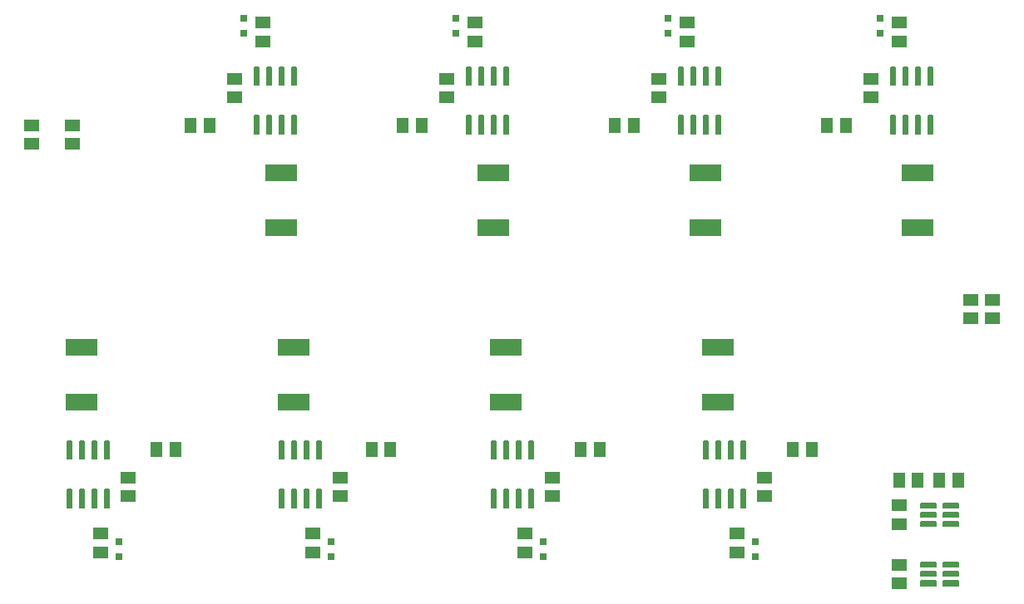
<source format=gbr>
G04 EAGLE Gerber RS-274X export*
G75*
%MOMM*%
%FSLAX34Y34*%
%LPD*%
%INSolderpaste Top*%
%IPPOS*%
%AMOC8*
5,1,8,0,0,1.08239X$1,22.5*%
G01*
%ADD10R,1.500000X1.300000*%
%ADD11R,0.800000X0.800000*%
%ADD12R,1.300000X1.500000*%
%ADD13R,3.200000X1.800000*%
%ADD14C,0.150000*%
%ADD15C,0.147500*%


D10*
X911225Y536600D03*
X911225Y555600D03*
X939800Y120625D03*
X939800Y101625D03*
X695325Y536600D03*
X695325Y555600D03*
X479425Y536600D03*
X479425Y555600D03*
X263525Y536600D03*
X263525Y555600D03*
X803275Y149200D03*
X803275Y130200D03*
X587375Y149200D03*
X587375Y130200D03*
X371475Y149200D03*
X371475Y130200D03*
X155575Y149200D03*
X155575Y130200D03*
X939800Y60300D03*
X939800Y41300D03*
D11*
X920750Y602100D03*
X920750Y617100D03*
X704850Y602100D03*
X704850Y617100D03*
X488950Y602100D03*
X488950Y617100D03*
X273050Y602100D03*
X273050Y617100D03*
X793750Y83700D03*
X793750Y68700D03*
X577850Y83700D03*
X577850Y68700D03*
X361950Y83700D03*
X361950Y68700D03*
X146050Y83700D03*
X146050Y68700D03*
D12*
X885800Y508000D03*
X866800Y508000D03*
D13*
X742950Y403800D03*
X742950Y459800D03*
X527050Y403800D03*
X527050Y459800D03*
X311150Y403800D03*
X311150Y459800D03*
D12*
X831875Y177800D03*
X850875Y177800D03*
X615975Y177800D03*
X634975Y177800D03*
X403250Y177800D03*
X422250Y177800D03*
X184175Y177800D03*
X203175Y177800D03*
D10*
X774700Y73050D03*
X774700Y92050D03*
X558800Y73050D03*
X558800Y92050D03*
X342900Y73050D03*
X342900Y92050D03*
D12*
X669900Y508000D03*
X650900Y508000D03*
D10*
X127000Y73050D03*
X127000Y92050D03*
D13*
X755650Y282000D03*
X755650Y226000D03*
X539750Y282000D03*
X539750Y226000D03*
X323850Y282000D03*
X323850Y226000D03*
X107950Y282000D03*
X107950Y226000D03*
D12*
X981100Y146050D03*
X1000100Y146050D03*
X939825Y146050D03*
X958825Y146050D03*
D10*
X1035050Y330175D03*
X1035050Y311175D03*
X1012825Y330175D03*
X1012825Y311175D03*
X98425Y488975D03*
X98425Y507975D03*
D12*
X454000Y508000D03*
X435000Y508000D03*
D10*
X57150Y507975D03*
X57150Y488975D03*
D12*
X238100Y508000D03*
X219100Y508000D03*
D10*
X939800Y612750D03*
X939800Y593750D03*
X723900Y612750D03*
X723900Y593750D03*
X508000Y612750D03*
X508000Y593750D03*
X292100Y612750D03*
X292100Y593750D03*
D13*
X958850Y403800D03*
X958850Y459800D03*
D14*
X935700Y499600D02*
X935700Y517800D01*
X935700Y499600D02*
X931200Y499600D01*
X931200Y517800D01*
X935700Y517800D01*
X935700Y501025D02*
X931200Y501025D01*
X931200Y502450D02*
X935700Y502450D01*
X935700Y503875D02*
X931200Y503875D01*
X931200Y505300D02*
X935700Y505300D01*
X935700Y506725D02*
X931200Y506725D01*
X931200Y508150D02*
X935700Y508150D01*
X935700Y509575D02*
X931200Y509575D01*
X931200Y511000D02*
X935700Y511000D01*
X935700Y512425D02*
X931200Y512425D01*
X931200Y513850D02*
X935700Y513850D01*
X935700Y515275D02*
X931200Y515275D01*
X931200Y516700D02*
X935700Y516700D01*
X948400Y517800D02*
X948400Y499600D01*
X943900Y499600D01*
X943900Y517800D01*
X948400Y517800D01*
X948400Y501025D02*
X943900Y501025D01*
X943900Y502450D02*
X948400Y502450D01*
X948400Y503875D02*
X943900Y503875D01*
X943900Y505300D02*
X948400Y505300D01*
X948400Y506725D02*
X943900Y506725D01*
X943900Y508150D02*
X948400Y508150D01*
X948400Y509575D02*
X943900Y509575D01*
X943900Y511000D02*
X948400Y511000D01*
X948400Y512425D02*
X943900Y512425D01*
X943900Y513850D02*
X948400Y513850D01*
X948400Y515275D02*
X943900Y515275D01*
X943900Y516700D02*
X948400Y516700D01*
X961100Y517800D02*
X961100Y499600D01*
X956600Y499600D01*
X956600Y517800D01*
X961100Y517800D01*
X961100Y501025D02*
X956600Y501025D01*
X956600Y502450D02*
X961100Y502450D01*
X961100Y503875D02*
X956600Y503875D01*
X956600Y505300D02*
X961100Y505300D01*
X961100Y506725D02*
X956600Y506725D01*
X956600Y508150D02*
X961100Y508150D01*
X961100Y509575D02*
X956600Y509575D01*
X956600Y511000D02*
X961100Y511000D01*
X961100Y512425D02*
X956600Y512425D01*
X956600Y513850D02*
X961100Y513850D01*
X961100Y515275D02*
X956600Y515275D01*
X956600Y516700D02*
X961100Y516700D01*
X973800Y517800D02*
X973800Y499600D01*
X969300Y499600D01*
X969300Y517800D01*
X973800Y517800D01*
X973800Y501025D02*
X969300Y501025D01*
X969300Y502450D02*
X973800Y502450D01*
X973800Y503875D02*
X969300Y503875D01*
X969300Y505300D02*
X973800Y505300D01*
X973800Y506725D02*
X969300Y506725D01*
X969300Y508150D02*
X973800Y508150D01*
X973800Y509575D02*
X969300Y509575D01*
X969300Y511000D02*
X973800Y511000D01*
X973800Y512425D02*
X969300Y512425D01*
X969300Y513850D02*
X973800Y513850D01*
X973800Y515275D02*
X969300Y515275D01*
X969300Y516700D02*
X973800Y516700D01*
X973800Y549000D02*
X973800Y567200D01*
X973800Y549000D02*
X969300Y549000D01*
X969300Y567200D01*
X973800Y567200D01*
X973800Y550425D02*
X969300Y550425D01*
X969300Y551850D02*
X973800Y551850D01*
X973800Y553275D02*
X969300Y553275D01*
X969300Y554700D02*
X973800Y554700D01*
X973800Y556125D02*
X969300Y556125D01*
X969300Y557550D02*
X973800Y557550D01*
X973800Y558975D02*
X969300Y558975D01*
X969300Y560400D02*
X973800Y560400D01*
X973800Y561825D02*
X969300Y561825D01*
X969300Y563250D02*
X973800Y563250D01*
X973800Y564675D02*
X969300Y564675D01*
X969300Y566100D02*
X973800Y566100D01*
X961100Y567200D02*
X961100Y549000D01*
X956600Y549000D01*
X956600Y567200D01*
X961100Y567200D01*
X961100Y550425D02*
X956600Y550425D01*
X956600Y551850D02*
X961100Y551850D01*
X961100Y553275D02*
X956600Y553275D01*
X956600Y554700D02*
X961100Y554700D01*
X961100Y556125D02*
X956600Y556125D01*
X956600Y557550D02*
X961100Y557550D01*
X961100Y558975D02*
X956600Y558975D01*
X956600Y560400D02*
X961100Y560400D01*
X961100Y561825D02*
X956600Y561825D01*
X956600Y563250D02*
X961100Y563250D01*
X961100Y564675D02*
X956600Y564675D01*
X956600Y566100D02*
X961100Y566100D01*
X948400Y567200D02*
X948400Y549000D01*
X943900Y549000D01*
X943900Y567200D01*
X948400Y567200D01*
X948400Y550425D02*
X943900Y550425D01*
X943900Y551850D02*
X948400Y551850D01*
X948400Y553275D02*
X943900Y553275D01*
X943900Y554700D02*
X948400Y554700D01*
X948400Y556125D02*
X943900Y556125D01*
X943900Y557550D02*
X948400Y557550D01*
X948400Y558975D02*
X943900Y558975D01*
X943900Y560400D02*
X948400Y560400D01*
X948400Y561825D02*
X943900Y561825D01*
X943900Y563250D02*
X948400Y563250D01*
X948400Y564675D02*
X943900Y564675D01*
X943900Y566100D02*
X948400Y566100D01*
X935700Y567200D02*
X935700Y549000D01*
X931200Y549000D01*
X931200Y567200D01*
X935700Y567200D01*
X935700Y550425D02*
X931200Y550425D01*
X931200Y551850D02*
X935700Y551850D01*
X935700Y553275D02*
X931200Y553275D01*
X931200Y554700D02*
X935700Y554700D01*
X935700Y556125D02*
X931200Y556125D01*
X931200Y557550D02*
X935700Y557550D01*
X935700Y558975D02*
X931200Y558975D01*
X931200Y560400D02*
X935700Y560400D01*
X935700Y561825D02*
X931200Y561825D01*
X931200Y563250D02*
X935700Y563250D01*
X935700Y564675D02*
X931200Y564675D01*
X931200Y566100D02*
X935700Y566100D01*
D15*
X962312Y118412D02*
X976938Y118412D01*
X962312Y118412D02*
X962312Y122838D01*
X976938Y122838D01*
X976938Y118412D01*
X976938Y119813D02*
X962312Y119813D01*
X962312Y121214D02*
X976938Y121214D01*
X976938Y122615D02*
X962312Y122615D01*
X962312Y108912D02*
X976938Y108912D01*
X962312Y108912D02*
X962312Y113338D01*
X976938Y113338D01*
X976938Y108912D01*
X976938Y110313D02*
X962312Y110313D01*
X962312Y111714D02*
X976938Y111714D01*
X976938Y113115D02*
X962312Y113115D01*
X962312Y99412D02*
X976938Y99412D01*
X962312Y99412D02*
X962312Y103838D01*
X976938Y103838D01*
X976938Y99412D01*
X976938Y100813D02*
X962312Y100813D01*
X962312Y102214D02*
X976938Y102214D01*
X976938Y103615D02*
X962312Y103615D01*
X985212Y103838D02*
X999838Y103838D01*
X999838Y99412D01*
X985212Y99412D01*
X985212Y103838D01*
X985212Y100813D02*
X999838Y100813D01*
X999838Y102214D02*
X985212Y102214D01*
X985212Y103615D02*
X999838Y103615D01*
X999838Y113338D02*
X985212Y113338D01*
X999838Y113338D02*
X999838Y108912D01*
X985212Y108912D01*
X985212Y113338D01*
X985212Y110313D02*
X999838Y110313D01*
X999838Y111714D02*
X985212Y111714D01*
X985212Y113115D02*
X999838Y113115D01*
X999838Y122838D02*
X985212Y122838D01*
X999838Y122838D02*
X999838Y118412D01*
X985212Y118412D01*
X985212Y122838D01*
X985212Y119813D02*
X999838Y119813D01*
X999838Y121214D02*
X985212Y121214D01*
X985212Y122615D02*
X999838Y122615D01*
D14*
X719800Y499600D02*
X719800Y517800D01*
X719800Y499600D02*
X715300Y499600D01*
X715300Y517800D01*
X719800Y517800D01*
X719800Y501025D02*
X715300Y501025D01*
X715300Y502450D02*
X719800Y502450D01*
X719800Y503875D02*
X715300Y503875D01*
X715300Y505300D02*
X719800Y505300D01*
X719800Y506725D02*
X715300Y506725D01*
X715300Y508150D02*
X719800Y508150D01*
X719800Y509575D02*
X715300Y509575D01*
X715300Y511000D02*
X719800Y511000D01*
X719800Y512425D02*
X715300Y512425D01*
X715300Y513850D02*
X719800Y513850D01*
X719800Y515275D02*
X715300Y515275D01*
X715300Y516700D02*
X719800Y516700D01*
X732500Y517800D02*
X732500Y499600D01*
X728000Y499600D01*
X728000Y517800D01*
X732500Y517800D01*
X732500Y501025D02*
X728000Y501025D01*
X728000Y502450D02*
X732500Y502450D01*
X732500Y503875D02*
X728000Y503875D01*
X728000Y505300D02*
X732500Y505300D01*
X732500Y506725D02*
X728000Y506725D01*
X728000Y508150D02*
X732500Y508150D01*
X732500Y509575D02*
X728000Y509575D01*
X728000Y511000D02*
X732500Y511000D01*
X732500Y512425D02*
X728000Y512425D01*
X728000Y513850D02*
X732500Y513850D01*
X732500Y515275D02*
X728000Y515275D01*
X728000Y516700D02*
X732500Y516700D01*
X745200Y517800D02*
X745200Y499600D01*
X740700Y499600D01*
X740700Y517800D01*
X745200Y517800D01*
X745200Y501025D02*
X740700Y501025D01*
X740700Y502450D02*
X745200Y502450D01*
X745200Y503875D02*
X740700Y503875D01*
X740700Y505300D02*
X745200Y505300D01*
X745200Y506725D02*
X740700Y506725D01*
X740700Y508150D02*
X745200Y508150D01*
X745200Y509575D02*
X740700Y509575D01*
X740700Y511000D02*
X745200Y511000D01*
X745200Y512425D02*
X740700Y512425D01*
X740700Y513850D02*
X745200Y513850D01*
X745200Y515275D02*
X740700Y515275D01*
X740700Y516700D02*
X745200Y516700D01*
X757900Y517800D02*
X757900Y499600D01*
X753400Y499600D01*
X753400Y517800D01*
X757900Y517800D01*
X757900Y501025D02*
X753400Y501025D01*
X753400Y502450D02*
X757900Y502450D01*
X757900Y503875D02*
X753400Y503875D01*
X753400Y505300D02*
X757900Y505300D01*
X757900Y506725D02*
X753400Y506725D01*
X753400Y508150D02*
X757900Y508150D01*
X757900Y509575D02*
X753400Y509575D01*
X753400Y511000D02*
X757900Y511000D01*
X757900Y512425D02*
X753400Y512425D01*
X753400Y513850D02*
X757900Y513850D01*
X757900Y515275D02*
X753400Y515275D01*
X753400Y516700D02*
X757900Y516700D01*
X757900Y549000D02*
X757900Y567200D01*
X757900Y549000D02*
X753400Y549000D01*
X753400Y567200D01*
X757900Y567200D01*
X757900Y550425D02*
X753400Y550425D01*
X753400Y551850D02*
X757900Y551850D01*
X757900Y553275D02*
X753400Y553275D01*
X753400Y554700D02*
X757900Y554700D01*
X757900Y556125D02*
X753400Y556125D01*
X753400Y557550D02*
X757900Y557550D01*
X757900Y558975D02*
X753400Y558975D01*
X753400Y560400D02*
X757900Y560400D01*
X757900Y561825D02*
X753400Y561825D01*
X753400Y563250D02*
X757900Y563250D01*
X757900Y564675D02*
X753400Y564675D01*
X753400Y566100D02*
X757900Y566100D01*
X745200Y567200D02*
X745200Y549000D01*
X740700Y549000D01*
X740700Y567200D01*
X745200Y567200D01*
X745200Y550425D02*
X740700Y550425D01*
X740700Y551850D02*
X745200Y551850D01*
X745200Y553275D02*
X740700Y553275D01*
X740700Y554700D02*
X745200Y554700D01*
X745200Y556125D02*
X740700Y556125D01*
X740700Y557550D02*
X745200Y557550D01*
X745200Y558975D02*
X740700Y558975D01*
X740700Y560400D02*
X745200Y560400D01*
X745200Y561825D02*
X740700Y561825D01*
X740700Y563250D02*
X745200Y563250D01*
X745200Y564675D02*
X740700Y564675D01*
X740700Y566100D02*
X745200Y566100D01*
X732500Y567200D02*
X732500Y549000D01*
X728000Y549000D01*
X728000Y567200D01*
X732500Y567200D01*
X732500Y550425D02*
X728000Y550425D01*
X728000Y551850D02*
X732500Y551850D01*
X732500Y553275D02*
X728000Y553275D01*
X728000Y554700D02*
X732500Y554700D01*
X732500Y556125D02*
X728000Y556125D01*
X728000Y557550D02*
X732500Y557550D01*
X732500Y558975D02*
X728000Y558975D01*
X728000Y560400D02*
X732500Y560400D01*
X732500Y561825D02*
X728000Y561825D01*
X728000Y563250D02*
X732500Y563250D01*
X732500Y564675D02*
X728000Y564675D01*
X728000Y566100D02*
X732500Y566100D01*
X719800Y567200D02*
X719800Y549000D01*
X715300Y549000D01*
X715300Y567200D01*
X719800Y567200D01*
X719800Y550425D02*
X715300Y550425D01*
X715300Y551850D02*
X719800Y551850D01*
X719800Y553275D02*
X715300Y553275D01*
X715300Y554700D02*
X719800Y554700D01*
X719800Y556125D02*
X715300Y556125D01*
X715300Y557550D02*
X719800Y557550D01*
X719800Y558975D02*
X715300Y558975D01*
X715300Y560400D02*
X719800Y560400D01*
X719800Y561825D02*
X715300Y561825D01*
X715300Y563250D02*
X719800Y563250D01*
X719800Y564675D02*
X715300Y564675D01*
X715300Y566100D02*
X719800Y566100D01*
X503900Y517800D02*
X503900Y499600D01*
X499400Y499600D01*
X499400Y517800D01*
X503900Y517800D01*
X503900Y501025D02*
X499400Y501025D01*
X499400Y502450D02*
X503900Y502450D01*
X503900Y503875D02*
X499400Y503875D01*
X499400Y505300D02*
X503900Y505300D01*
X503900Y506725D02*
X499400Y506725D01*
X499400Y508150D02*
X503900Y508150D01*
X503900Y509575D02*
X499400Y509575D01*
X499400Y511000D02*
X503900Y511000D01*
X503900Y512425D02*
X499400Y512425D01*
X499400Y513850D02*
X503900Y513850D01*
X503900Y515275D02*
X499400Y515275D01*
X499400Y516700D02*
X503900Y516700D01*
X516600Y517800D02*
X516600Y499600D01*
X512100Y499600D01*
X512100Y517800D01*
X516600Y517800D01*
X516600Y501025D02*
X512100Y501025D01*
X512100Y502450D02*
X516600Y502450D01*
X516600Y503875D02*
X512100Y503875D01*
X512100Y505300D02*
X516600Y505300D01*
X516600Y506725D02*
X512100Y506725D01*
X512100Y508150D02*
X516600Y508150D01*
X516600Y509575D02*
X512100Y509575D01*
X512100Y511000D02*
X516600Y511000D01*
X516600Y512425D02*
X512100Y512425D01*
X512100Y513850D02*
X516600Y513850D01*
X516600Y515275D02*
X512100Y515275D01*
X512100Y516700D02*
X516600Y516700D01*
X529300Y517800D02*
X529300Y499600D01*
X524800Y499600D01*
X524800Y517800D01*
X529300Y517800D01*
X529300Y501025D02*
X524800Y501025D01*
X524800Y502450D02*
X529300Y502450D01*
X529300Y503875D02*
X524800Y503875D01*
X524800Y505300D02*
X529300Y505300D01*
X529300Y506725D02*
X524800Y506725D01*
X524800Y508150D02*
X529300Y508150D01*
X529300Y509575D02*
X524800Y509575D01*
X524800Y511000D02*
X529300Y511000D01*
X529300Y512425D02*
X524800Y512425D01*
X524800Y513850D02*
X529300Y513850D01*
X529300Y515275D02*
X524800Y515275D01*
X524800Y516700D02*
X529300Y516700D01*
X542000Y517800D02*
X542000Y499600D01*
X537500Y499600D01*
X537500Y517800D01*
X542000Y517800D01*
X542000Y501025D02*
X537500Y501025D01*
X537500Y502450D02*
X542000Y502450D01*
X542000Y503875D02*
X537500Y503875D01*
X537500Y505300D02*
X542000Y505300D01*
X542000Y506725D02*
X537500Y506725D01*
X537500Y508150D02*
X542000Y508150D01*
X542000Y509575D02*
X537500Y509575D01*
X537500Y511000D02*
X542000Y511000D01*
X542000Y512425D02*
X537500Y512425D01*
X537500Y513850D02*
X542000Y513850D01*
X542000Y515275D02*
X537500Y515275D01*
X537500Y516700D02*
X542000Y516700D01*
X542000Y549000D02*
X542000Y567200D01*
X542000Y549000D02*
X537500Y549000D01*
X537500Y567200D01*
X542000Y567200D01*
X542000Y550425D02*
X537500Y550425D01*
X537500Y551850D02*
X542000Y551850D01*
X542000Y553275D02*
X537500Y553275D01*
X537500Y554700D02*
X542000Y554700D01*
X542000Y556125D02*
X537500Y556125D01*
X537500Y557550D02*
X542000Y557550D01*
X542000Y558975D02*
X537500Y558975D01*
X537500Y560400D02*
X542000Y560400D01*
X542000Y561825D02*
X537500Y561825D01*
X537500Y563250D02*
X542000Y563250D01*
X542000Y564675D02*
X537500Y564675D01*
X537500Y566100D02*
X542000Y566100D01*
X529300Y567200D02*
X529300Y549000D01*
X524800Y549000D01*
X524800Y567200D01*
X529300Y567200D01*
X529300Y550425D02*
X524800Y550425D01*
X524800Y551850D02*
X529300Y551850D01*
X529300Y553275D02*
X524800Y553275D01*
X524800Y554700D02*
X529300Y554700D01*
X529300Y556125D02*
X524800Y556125D01*
X524800Y557550D02*
X529300Y557550D01*
X529300Y558975D02*
X524800Y558975D01*
X524800Y560400D02*
X529300Y560400D01*
X529300Y561825D02*
X524800Y561825D01*
X524800Y563250D02*
X529300Y563250D01*
X529300Y564675D02*
X524800Y564675D01*
X524800Y566100D02*
X529300Y566100D01*
X516600Y567200D02*
X516600Y549000D01*
X512100Y549000D01*
X512100Y567200D01*
X516600Y567200D01*
X516600Y550425D02*
X512100Y550425D01*
X512100Y551850D02*
X516600Y551850D01*
X516600Y553275D02*
X512100Y553275D01*
X512100Y554700D02*
X516600Y554700D01*
X516600Y556125D02*
X512100Y556125D01*
X512100Y557550D02*
X516600Y557550D01*
X516600Y558975D02*
X512100Y558975D01*
X512100Y560400D02*
X516600Y560400D01*
X516600Y561825D02*
X512100Y561825D01*
X512100Y563250D02*
X516600Y563250D01*
X516600Y564675D02*
X512100Y564675D01*
X512100Y566100D02*
X516600Y566100D01*
X503900Y567200D02*
X503900Y549000D01*
X499400Y549000D01*
X499400Y567200D01*
X503900Y567200D01*
X503900Y550425D02*
X499400Y550425D01*
X499400Y551850D02*
X503900Y551850D01*
X503900Y553275D02*
X499400Y553275D01*
X499400Y554700D02*
X503900Y554700D01*
X503900Y556125D02*
X499400Y556125D01*
X499400Y557550D02*
X503900Y557550D01*
X503900Y558975D02*
X499400Y558975D01*
X499400Y560400D02*
X503900Y560400D01*
X503900Y561825D02*
X499400Y561825D01*
X499400Y563250D02*
X503900Y563250D01*
X503900Y564675D02*
X499400Y564675D01*
X499400Y566100D02*
X503900Y566100D01*
X288000Y517800D02*
X288000Y499600D01*
X283500Y499600D01*
X283500Y517800D01*
X288000Y517800D01*
X288000Y501025D02*
X283500Y501025D01*
X283500Y502450D02*
X288000Y502450D01*
X288000Y503875D02*
X283500Y503875D01*
X283500Y505300D02*
X288000Y505300D01*
X288000Y506725D02*
X283500Y506725D01*
X283500Y508150D02*
X288000Y508150D01*
X288000Y509575D02*
X283500Y509575D01*
X283500Y511000D02*
X288000Y511000D01*
X288000Y512425D02*
X283500Y512425D01*
X283500Y513850D02*
X288000Y513850D01*
X288000Y515275D02*
X283500Y515275D01*
X283500Y516700D02*
X288000Y516700D01*
X300700Y517800D02*
X300700Y499600D01*
X296200Y499600D01*
X296200Y517800D01*
X300700Y517800D01*
X300700Y501025D02*
X296200Y501025D01*
X296200Y502450D02*
X300700Y502450D01*
X300700Y503875D02*
X296200Y503875D01*
X296200Y505300D02*
X300700Y505300D01*
X300700Y506725D02*
X296200Y506725D01*
X296200Y508150D02*
X300700Y508150D01*
X300700Y509575D02*
X296200Y509575D01*
X296200Y511000D02*
X300700Y511000D01*
X300700Y512425D02*
X296200Y512425D01*
X296200Y513850D02*
X300700Y513850D01*
X300700Y515275D02*
X296200Y515275D01*
X296200Y516700D02*
X300700Y516700D01*
X313400Y517800D02*
X313400Y499600D01*
X308900Y499600D01*
X308900Y517800D01*
X313400Y517800D01*
X313400Y501025D02*
X308900Y501025D01*
X308900Y502450D02*
X313400Y502450D01*
X313400Y503875D02*
X308900Y503875D01*
X308900Y505300D02*
X313400Y505300D01*
X313400Y506725D02*
X308900Y506725D01*
X308900Y508150D02*
X313400Y508150D01*
X313400Y509575D02*
X308900Y509575D01*
X308900Y511000D02*
X313400Y511000D01*
X313400Y512425D02*
X308900Y512425D01*
X308900Y513850D02*
X313400Y513850D01*
X313400Y515275D02*
X308900Y515275D01*
X308900Y516700D02*
X313400Y516700D01*
X326100Y517800D02*
X326100Y499600D01*
X321600Y499600D01*
X321600Y517800D01*
X326100Y517800D01*
X326100Y501025D02*
X321600Y501025D01*
X321600Y502450D02*
X326100Y502450D01*
X326100Y503875D02*
X321600Y503875D01*
X321600Y505300D02*
X326100Y505300D01*
X326100Y506725D02*
X321600Y506725D01*
X321600Y508150D02*
X326100Y508150D01*
X326100Y509575D02*
X321600Y509575D01*
X321600Y511000D02*
X326100Y511000D01*
X326100Y512425D02*
X321600Y512425D01*
X321600Y513850D02*
X326100Y513850D01*
X326100Y515275D02*
X321600Y515275D01*
X321600Y516700D02*
X326100Y516700D01*
X326100Y549000D02*
X326100Y567200D01*
X326100Y549000D02*
X321600Y549000D01*
X321600Y567200D01*
X326100Y567200D01*
X326100Y550425D02*
X321600Y550425D01*
X321600Y551850D02*
X326100Y551850D01*
X326100Y553275D02*
X321600Y553275D01*
X321600Y554700D02*
X326100Y554700D01*
X326100Y556125D02*
X321600Y556125D01*
X321600Y557550D02*
X326100Y557550D01*
X326100Y558975D02*
X321600Y558975D01*
X321600Y560400D02*
X326100Y560400D01*
X326100Y561825D02*
X321600Y561825D01*
X321600Y563250D02*
X326100Y563250D01*
X326100Y564675D02*
X321600Y564675D01*
X321600Y566100D02*
X326100Y566100D01*
X313400Y567200D02*
X313400Y549000D01*
X308900Y549000D01*
X308900Y567200D01*
X313400Y567200D01*
X313400Y550425D02*
X308900Y550425D01*
X308900Y551850D02*
X313400Y551850D01*
X313400Y553275D02*
X308900Y553275D01*
X308900Y554700D02*
X313400Y554700D01*
X313400Y556125D02*
X308900Y556125D01*
X308900Y557550D02*
X313400Y557550D01*
X313400Y558975D02*
X308900Y558975D01*
X308900Y560400D02*
X313400Y560400D01*
X313400Y561825D02*
X308900Y561825D01*
X308900Y563250D02*
X313400Y563250D01*
X313400Y564675D02*
X308900Y564675D01*
X308900Y566100D02*
X313400Y566100D01*
X300700Y567200D02*
X300700Y549000D01*
X296200Y549000D01*
X296200Y567200D01*
X300700Y567200D01*
X300700Y550425D02*
X296200Y550425D01*
X296200Y551850D02*
X300700Y551850D01*
X300700Y553275D02*
X296200Y553275D01*
X296200Y554700D02*
X300700Y554700D01*
X300700Y556125D02*
X296200Y556125D01*
X296200Y557550D02*
X300700Y557550D01*
X300700Y558975D02*
X296200Y558975D01*
X296200Y560400D02*
X300700Y560400D01*
X300700Y561825D02*
X296200Y561825D01*
X296200Y563250D02*
X300700Y563250D01*
X300700Y564675D02*
X296200Y564675D01*
X296200Y566100D02*
X300700Y566100D01*
X288000Y567200D02*
X288000Y549000D01*
X283500Y549000D01*
X283500Y567200D01*
X288000Y567200D01*
X288000Y550425D02*
X283500Y550425D01*
X283500Y551850D02*
X288000Y551850D01*
X288000Y553275D02*
X283500Y553275D01*
X283500Y554700D02*
X288000Y554700D01*
X288000Y556125D02*
X283500Y556125D01*
X283500Y557550D02*
X288000Y557550D01*
X288000Y558975D02*
X283500Y558975D01*
X283500Y560400D02*
X288000Y560400D01*
X288000Y561825D02*
X283500Y561825D01*
X283500Y563250D02*
X288000Y563250D01*
X288000Y564675D02*
X283500Y564675D01*
X283500Y566100D02*
X288000Y566100D01*
X778800Y186200D02*
X778800Y168000D01*
X778800Y186200D02*
X783300Y186200D01*
X783300Y168000D01*
X778800Y168000D01*
X778800Y169425D02*
X783300Y169425D01*
X783300Y170850D02*
X778800Y170850D01*
X778800Y172275D02*
X783300Y172275D01*
X783300Y173700D02*
X778800Y173700D01*
X778800Y175125D02*
X783300Y175125D01*
X783300Y176550D02*
X778800Y176550D01*
X778800Y177975D02*
X783300Y177975D01*
X783300Y179400D02*
X778800Y179400D01*
X778800Y180825D02*
X783300Y180825D01*
X783300Y182250D02*
X778800Y182250D01*
X778800Y183675D02*
X783300Y183675D01*
X783300Y185100D02*
X778800Y185100D01*
X766100Y186200D02*
X766100Y168000D01*
X766100Y186200D02*
X770600Y186200D01*
X770600Y168000D01*
X766100Y168000D01*
X766100Y169425D02*
X770600Y169425D01*
X770600Y170850D02*
X766100Y170850D01*
X766100Y172275D02*
X770600Y172275D01*
X770600Y173700D02*
X766100Y173700D01*
X766100Y175125D02*
X770600Y175125D01*
X770600Y176550D02*
X766100Y176550D01*
X766100Y177975D02*
X770600Y177975D01*
X770600Y179400D02*
X766100Y179400D01*
X766100Y180825D02*
X770600Y180825D01*
X770600Y182250D02*
X766100Y182250D01*
X766100Y183675D02*
X770600Y183675D01*
X770600Y185100D02*
X766100Y185100D01*
X753400Y186200D02*
X753400Y168000D01*
X753400Y186200D02*
X757900Y186200D01*
X757900Y168000D01*
X753400Y168000D01*
X753400Y169425D02*
X757900Y169425D01*
X757900Y170850D02*
X753400Y170850D01*
X753400Y172275D02*
X757900Y172275D01*
X757900Y173700D02*
X753400Y173700D01*
X753400Y175125D02*
X757900Y175125D01*
X757900Y176550D02*
X753400Y176550D01*
X753400Y177975D02*
X757900Y177975D01*
X757900Y179400D02*
X753400Y179400D01*
X753400Y180825D02*
X757900Y180825D01*
X757900Y182250D02*
X753400Y182250D01*
X753400Y183675D02*
X757900Y183675D01*
X757900Y185100D02*
X753400Y185100D01*
X740700Y186200D02*
X740700Y168000D01*
X740700Y186200D02*
X745200Y186200D01*
X745200Y168000D01*
X740700Y168000D01*
X740700Y169425D02*
X745200Y169425D01*
X745200Y170850D02*
X740700Y170850D01*
X740700Y172275D02*
X745200Y172275D01*
X745200Y173700D02*
X740700Y173700D01*
X740700Y175125D02*
X745200Y175125D01*
X745200Y176550D02*
X740700Y176550D01*
X740700Y177975D02*
X745200Y177975D01*
X745200Y179400D02*
X740700Y179400D01*
X740700Y180825D02*
X745200Y180825D01*
X745200Y182250D02*
X740700Y182250D01*
X740700Y183675D02*
X745200Y183675D01*
X745200Y185100D02*
X740700Y185100D01*
X740700Y136800D02*
X740700Y118600D01*
X740700Y136800D02*
X745200Y136800D01*
X745200Y118600D01*
X740700Y118600D01*
X740700Y120025D02*
X745200Y120025D01*
X745200Y121450D02*
X740700Y121450D01*
X740700Y122875D02*
X745200Y122875D01*
X745200Y124300D02*
X740700Y124300D01*
X740700Y125725D02*
X745200Y125725D01*
X745200Y127150D02*
X740700Y127150D01*
X740700Y128575D02*
X745200Y128575D01*
X745200Y130000D02*
X740700Y130000D01*
X740700Y131425D02*
X745200Y131425D01*
X745200Y132850D02*
X740700Y132850D01*
X740700Y134275D02*
X745200Y134275D01*
X745200Y135700D02*
X740700Y135700D01*
X753400Y136800D02*
X753400Y118600D01*
X753400Y136800D02*
X757900Y136800D01*
X757900Y118600D01*
X753400Y118600D01*
X753400Y120025D02*
X757900Y120025D01*
X757900Y121450D02*
X753400Y121450D01*
X753400Y122875D02*
X757900Y122875D01*
X757900Y124300D02*
X753400Y124300D01*
X753400Y125725D02*
X757900Y125725D01*
X757900Y127150D02*
X753400Y127150D01*
X753400Y128575D02*
X757900Y128575D01*
X757900Y130000D02*
X753400Y130000D01*
X753400Y131425D02*
X757900Y131425D01*
X757900Y132850D02*
X753400Y132850D01*
X753400Y134275D02*
X757900Y134275D01*
X757900Y135700D02*
X753400Y135700D01*
X766100Y136800D02*
X766100Y118600D01*
X766100Y136800D02*
X770600Y136800D01*
X770600Y118600D01*
X766100Y118600D01*
X766100Y120025D02*
X770600Y120025D01*
X770600Y121450D02*
X766100Y121450D01*
X766100Y122875D02*
X770600Y122875D01*
X770600Y124300D02*
X766100Y124300D01*
X766100Y125725D02*
X770600Y125725D01*
X770600Y127150D02*
X766100Y127150D01*
X766100Y128575D02*
X770600Y128575D01*
X770600Y130000D02*
X766100Y130000D01*
X766100Y131425D02*
X770600Y131425D01*
X770600Y132850D02*
X766100Y132850D01*
X766100Y134275D02*
X770600Y134275D01*
X770600Y135700D02*
X766100Y135700D01*
X778800Y136800D02*
X778800Y118600D01*
X778800Y136800D02*
X783300Y136800D01*
X783300Y118600D01*
X778800Y118600D01*
X778800Y120025D02*
X783300Y120025D01*
X783300Y121450D02*
X778800Y121450D01*
X778800Y122875D02*
X783300Y122875D01*
X783300Y124300D02*
X778800Y124300D01*
X778800Y125725D02*
X783300Y125725D01*
X783300Y127150D02*
X778800Y127150D01*
X778800Y128575D02*
X783300Y128575D01*
X783300Y130000D02*
X778800Y130000D01*
X778800Y131425D02*
X783300Y131425D01*
X783300Y132850D02*
X778800Y132850D01*
X778800Y134275D02*
X783300Y134275D01*
X783300Y135700D02*
X778800Y135700D01*
X562900Y168000D02*
X562900Y186200D01*
X567400Y186200D01*
X567400Y168000D01*
X562900Y168000D01*
X562900Y169425D02*
X567400Y169425D01*
X567400Y170850D02*
X562900Y170850D01*
X562900Y172275D02*
X567400Y172275D01*
X567400Y173700D02*
X562900Y173700D01*
X562900Y175125D02*
X567400Y175125D01*
X567400Y176550D02*
X562900Y176550D01*
X562900Y177975D02*
X567400Y177975D01*
X567400Y179400D02*
X562900Y179400D01*
X562900Y180825D02*
X567400Y180825D01*
X567400Y182250D02*
X562900Y182250D01*
X562900Y183675D02*
X567400Y183675D01*
X567400Y185100D02*
X562900Y185100D01*
X550200Y186200D02*
X550200Y168000D01*
X550200Y186200D02*
X554700Y186200D01*
X554700Y168000D01*
X550200Y168000D01*
X550200Y169425D02*
X554700Y169425D01*
X554700Y170850D02*
X550200Y170850D01*
X550200Y172275D02*
X554700Y172275D01*
X554700Y173700D02*
X550200Y173700D01*
X550200Y175125D02*
X554700Y175125D01*
X554700Y176550D02*
X550200Y176550D01*
X550200Y177975D02*
X554700Y177975D01*
X554700Y179400D02*
X550200Y179400D01*
X550200Y180825D02*
X554700Y180825D01*
X554700Y182250D02*
X550200Y182250D01*
X550200Y183675D02*
X554700Y183675D01*
X554700Y185100D02*
X550200Y185100D01*
X537500Y186200D02*
X537500Y168000D01*
X537500Y186200D02*
X542000Y186200D01*
X542000Y168000D01*
X537500Y168000D01*
X537500Y169425D02*
X542000Y169425D01*
X542000Y170850D02*
X537500Y170850D01*
X537500Y172275D02*
X542000Y172275D01*
X542000Y173700D02*
X537500Y173700D01*
X537500Y175125D02*
X542000Y175125D01*
X542000Y176550D02*
X537500Y176550D01*
X537500Y177975D02*
X542000Y177975D01*
X542000Y179400D02*
X537500Y179400D01*
X537500Y180825D02*
X542000Y180825D01*
X542000Y182250D02*
X537500Y182250D01*
X537500Y183675D02*
X542000Y183675D01*
X542000Y185100D02*
X537500Y185100D01*
X524800Y186200D02*
X524800Y168000D01*
X524800Y186200D02*
X529300Y186200D01*
X529300Y168000D01*
X524800Y168000D01*
X524800Y169425D02*
X529300Y169425D01*
X529300Y170850D02*
X524800Y170850D01*
X524800Y172275D02*
X529300Y172275D01*
X529300Y173700D02*
X524800Y173700D01*
X524800Y175125D02*
X529300Y175125D01*
X529300Y176550D02*
X524800Y176550D01*
X524800Y177975D02*
X529300Y177975D01*
X529300Y179400D02*
X524800Y179400D01*
X524800Y180825D02*
X529300Y180825D01*
X529300Y182250D02*
X524800Y182250D01*
X524800Y183675D02*
X529300Y183675D01*
X529300Y185100D02*
X524800Y185100D01*
X524800Y136800D02*
X524800Y118600D01*
X524800Y136800D02*
X529300Y136800D01*
X529300Y118600D01*
X524800Y118600D01*
X524800Y120025D02*
X529300Y120025D01*
X529300Y121450D02*
X524800Y121450D01*
X524800Y122875D02*
X529300Y122875D01*
X529300Y124300D02*
X524800Y124300D01*
X524800Y125725D02*
X529300Y125725D01*
X529300Y127150D02*
X524800Y127150D01*
X524800Y128575D02*
X529300Y128575D01*
X529300Y130000D02*
X524800Y130000D01*
X524800Y131425D02*
X529300Y131425D01*
X529300Y132850D02*
X524800Y132850D01*
X524800Y134275D02*
X529300Y134275D01*
X529300Y135700D02*
X524800Y135700D01*
X537500Y136800D02*
X537500Y118600D01*
X537500Y136800D02*
X542000Y136800D01*
X542000Y118600D01*
X537500Y118600D01*
X537500Y120025D02*
X542000Y120025D01*
X542000Y121450D02*
X537500Y121450D01*
X537500Y122875D02*
X542000Y122875D01*
X542000Y124300D02*
X537500Y124300D01*
X537500Y125725D02*
X542000Y125725D01*
X542000Y127150D02*
X537500Y127150D01*
X537500Y128575D02*
X542000Y128575D01*
X542000Y130000D02*
X537500Y130000D01*
X537500Y131425D02*
X542000Y131425D01*
X542000Y132850D02*
X537500Y132850D01*
X537500Y134275D02*
X542000Y134275D01*
X542000Y135700D02*
X537500Y135700D01*
X550200Y136800D02*
X550200Y118600D01*
X550200Y136800D02*
X554700Y136800D01*
X554700Y118600D01*
X550200Y118600D01*
X550200Y120025D02*
X554700Y120025D01*
X554700Y121450D02*
X550200Y121450D01*
X550200Y122875D02*
X554700Y122875D01*
X554700Y124300D02*
X550200Y124300D01*
X550200Y125725D02*
X554700Y125725D01*
X554700Y127150D02*
X550200Y127150D01*
X550200Y128575D02*
X554700Y128575D01*
X554700Y130000D02*
X550200Y130000D01*
X550200Y131425D02*
X554700Y131425D01*
X554700Y132850D02*
X550200Y132850D01*
X550200Y134275D02*
X554700Y134275D01*
X554700Y135700D02*
X550200Y135700D01*
X562900Y136800D02*
X562900Y118600D01*
X562900Y136800D02*
X567400Y136800D01*
X567400Y118600D01*
X562900Y118600D01*
X562900Y120025D02*
X567400Y120025D01*
X567400Y121450D02*
X562900Y121450D01*
X562900Y122875D02*
X567400Y122875D01*
X567400Y124300D02*
X562900Y124300D01*
X562900Y125725D02*
X567400Y125725D01*
X567400Y127150D02*
X562900Y127150D01*
X562900Y128575D02*
X567400Y128575D01*
X567400Y130000D02*
X562900Y130000D01*
X562900Y131425D02*
X567400Y131425D01*
X567400Y132850D02*
X562900Y132850D01*
X562900Y134275D02*
X567400Y134275D01*
X567400Y135700D02*
X562900Y135700D01*
X347000Y168000D02*
X347000Y186200D01*
X351500Y186200D01*
X351500Y168000D01*
X347000Y168000D01*
X347000Y169425D02*
X351500Y169425D01*
X351500Y170850D02*
X347000Y170850D01*
X347000Y172275D02*
X351500Y172275D01*
X351500Y173700D02*
X347000Y173700D01*
X347000Y175125D02*
X351500Y175125D01*
X351500Y176550D02*
X347000Y176550D01*
X347000Y177975D02*
X351500Y177975D01*
X351500Y179400D02*
X347000Y179400D01*
X347000Y180825D02*
X351500Y180825D01*
X351500Y182250D02*
X347000Y182250D01*
X347000Y183675D02*
X351500Y183675D01*
X351500Y185100D02*
X347000Y185100D01*
X334300Y186200D02*
X334300Y168000D01*
X334300Y186200D02*
X338800Y186200D01*
X338800Y168000D01*
X334300Y168000D01*
X334300Y169425D02*
X338800Y169425D01*
X338800Y170850D02*
X334300Y170850D01*
X334300Y172275D02*
X338800Y172275D01*
X338800Y173700D02*
X334300Y173700D01*
X334300Y175125D02*
X338800Y175125D01*
X338800Y176550D02*
X334300Y176550D01*
X334300Y177975D02*
X338800Y177975D01*
X338800Y179400D02*
X334300Y179400D01*
X334300Y180825D02*
X338800Y180825D01*
X338800Y182250D02*
X334300Y182250D01*
X334300Y183675D02*
X338800Y183675D01*
X338800Y185100D02*
X334300Y185100D01*
X321600Y186200D02*
X321600Y168000D01*
X321600Y186200D02*
X326100Y186200D01*
X326100Y168000D01*
X321600Y168000D01*
X321600Y169425D02*
X326100Y169425D01*
X326100Y170850D02*
X321600Y170850D01*
X321600Y172275D02*
X326100Y172275D01*
X326100Y173700D02*
X321600Y173700D01*
X321600Y175125D02*
X326100Y175125D01*
X326100Y176550D02*
X321600Y176550D01*
X321600Y177975D02*
X326100Y177975D01*
X326100Y179400D02*
X321600Y179400D01*
X321600Y180825D02*
X326100Y180825D01*
X326100Y182250D02*
X321600Y182250D01*
X321600Y183675D02*
X326100Y183675D01*
X326100Y185100D02*
X321600Y185100D01*
X308900Y186200D02*
X308900Y168000D01*
X308900Y186200D02*
X313400Y186200D01*
X313400Y168000D01*
X308900Y168000D01*
X308900Y169425D02*
X313400Y169425D01*
X313400Y170850D02*
X308900Y170850D01*
X308900Y172275D02*
X313400Y172275D01*
X313400Y173700D02*
X308900Y173700D01*
X308900Y175125D02*
X313400Y175125D01*
X313400Y176550D02*
X308900Y176550D01*
X308900Y177975D02*
X313400Y177975D01*
X313400Y179400D02*
X308900Y179400D01*
X308900Y180825D02*
X313400Y180825D01*
X313400Y182250D02*
X308900Y182250D01*
X308900Y183675D02*
X313400Y183675D01*
X313400Y185100D02*
X308900Y185100D01*
X308900Y136800D02*
X308900Y118600D01*
X308900Y136800D02*
X313400Y136800D01*
X313400Y118600D01*
X308900Y118600D01*
X308900Y120025D02*
X313400Y120025D01*
X313400Y121450D02*
X308900Y121450D01*
X308900Y122875D02*
X313400Y122875D01*
X313400Y124300D02*
X308900Y124300D01*
X308900Y125725D02*
X313400Y125725D01*
X313400Y127150D02*
X308900Y127150D01*
X308900Y128575D02*
X313400Y128575D01*
X313400Y130000D02*
X308900Y130000D01*
X308900Y131425D02*
X313400Y131425D01*
X313400Y132850D02*
X308900Y132850D01*
X308900Y134275D02*
X313400Y134275D01*
X313400Y135700D02*
X308900Y135700D01*
X321600Y136800D02*
X321600Y118600D01*
X321600Y136800D02*
X326100Y136800D01*
X326100Y118600D01*
X321600Y118600D01*
X321600Y120025D02*
X326100Y120025D01*
X326100Y121450D02*
X321600Y121450D01*
X321600Y122875D02*
X326100Y122875D01*
X326100Y124300D02*
X321600Y124300D01*
X321600Y125725D02*
X326100Y125725D01*
X326100Y127150D02*
X321600Y127150D01*
X321600Y128575D02*
X326100Y128575D01*
X326100Y130000D02*
X321600Y130000D01*
X321600Y131425D02*
X326100Y131425D01*
X326100Y132850D02*
X321600Y132850D01*
X321600Y134275D02*
X326100Y134275D01*
X326100Y135700D02*
X321600Y135700D01*
X334300Y136800D02*
X334300Y118600D01*
X334300Y136800D02*
X338800Y136800D01*
X338800Y118600D01*
X334300Y118600D01*
X334300Y120025D02*
X338800Y120025D01*
X338800Y121450D02*
X334300Y121450D01*
X334300Y122875D02*
X338800Y122875D01*
X338800Y124300D02*
X334300Y124300D01*
X334300Y125725D02*
X338800Y125725D01*
X338800Y127150D02*
X334300Y127150D01*
X334300Y128575D02*
X338800Y128575D01*
X338800Y130000D02*
X334300Y130000D01*
X334300Y131425D02*
X338800Y131425D01*
X338800Y132850D02*
X334300Y132850D01*
X334300Y134275D02*
X338800Y134275D01*
X338800Y135700D02*
X334300Y135700D01*
X347000Y136800D02*
X347000Y118600D01*
X347000Y136800D02*
X351500Y136800D01*
X351500Y118600D01*
X347000Y118600D01*
X347000Y120025D02*
X351500Y120025D01*
X351500Y121450D02*
X347000Y121450D01*
X347000Y122875D02*
X351500Y122875D01*
X351500Y124300D02*
X347000Y124300D01*
X347000Y125725D02*
X351500Y125725D01*
X351500Y127150D02*
X347000Y127150D01*
X347000Y128575D02*
X351500Y128575D01*
X351500Y130000D02*
X347000Y130000D01*
X347000Y131425D02*
X351500Y131425D01*
X351500Y132850D02*
X347000Y132850D01*
X347000Y134275D02*
X351500Y134275D01*
X351500Y135700D02*
X347000Y135700D01*
X131100Y168000D02*
X131100Y186200D01*
X135600Y186200D01*
X135600Y168000D01*
X131100Y168000D01*
X131100Y169425D02*
X135600Y169425D01*
X135600Y170850D02*
X131100Y170850D01*
X131100Y172275D02*
X135600Y172275D01*
X135600Y173700D02*
X131100Y173700D01*
X131100Y175125D02*
X135600Y175125D01*
X135600Y176550D02*
X131100Y176550D01*
X131100Y177975D02*
X135600Y177975D01*
X135600Y179400D02*
X131100Y179400D01*
X131100Y180825D02*
X135600Y180825D01*
X135600Y182250D02*
X131100Y182250D01*
X131100Y183675D02*
X135600Y183675D01*
X135600Y185100D02*
X131100Y185100D01*
X118400Y186200D02*
X118400Y168000D01*
X118400Y186200D02*
X122900Y186200D01*
X122900Y168000D01*
X118400Y168000D01*
X118400Y169425D02*
X122900Y169425D01*
X122900Y170850D02*
X118400Y170850D01*
X118400Y172275D02*
X122900Y172275D01*
X122900Y173700D02*
X118400Y173700D01*
X118400Y175125D02*
X122900Y175125D01*
X122900Y176550D02*
X118400Y176550D01*
X118400Y177975D02*
X122900Y177975D01*
X122900Y179400D02*
X118400Y179400D01*
X118400Y180825D02*
X122900Y180825D01*
X122900Y182250D02*
X118400Y182250D01*
X118400Y183675D02*
X122900Y183675D01*
X122900Y185100D02*
X118400Y185100D01*
X105700Y186200D02*
X105700Y168000D01*
X105700Y186200D02*
X110200Y186200D01*
X110200Y168000D01*
X105700Y168000D01*
X105700Y169425D02*
X110200Y169425D01*
X110200Y170850D02*
X105700Y170850D01*
X105700Y172275D02*
X110200Y172275D01*
X110200Y173700D02*
X105700Y173700D01*
X105700Y175125D02*
X110200Y175125D01*
X110200Y176550D02*
X105700Y176550D01*
X105700Y177975D02*
X110200Y177975D01*
X110200Y179400D02*
X105700Y179400D01*
X105700Y180825D02*
X110200Y180825D01*
X110200Y182250D02*
X105700Y182250D01*
X105700Y183675D02*
X110200Y183675D01*
X110200Y185100D02*
X105700Y185100D01*
X93000Y186200D02*
X93000Y168000D01*
X93000Y186200D02*
X97500Y186200D01*
X97500Y168000D01*
X93000Y168000D01*
X93000Y169425D02*
X97500Y169425D01*
X97500Y170850D02*
X93000Y170850D01*
X93000Y172275D02*
X97500Y172275D01*
X97500Y173700D02*
X93000Y173700D01*
X93000Y175125D02*
X97500Y175125D01*
X97500Y176550D02*
X93000Y176550D01*
X93000Y177975D02*
X97500Y177975D01*
X97500Y179400D02*
X93000Y179400D01*
X93000Y180825D02*
X97500Y180825D01*
X97500Y182250D02*
X93000Y182250D01*
X93000Y183675D02*
X97500Y183675D01*
X97500Y185100D02*
X93000Y185100D01*
X93000Y136800D02*
X93000Y118600D01*
X93000Y136800D02*
X97500Y136800D01*
X97500Y118600D01*
X93000Y118600D01*
X93000Y120025D02*
X97500Y120025D01*
X97500Y121450D02*
X93000Y121450D01*
X93000Y122875D02*
X97500Y122875D01*
X97500Y124300D02*
X93000Y124300D01*
X93000Y125725D02*
X97500Y125725D01*
X97500Y127150D02*
X93000Y127150D01*
X93000Y128575D02*
X97500Y128575D01*
X97500Y130000D02*
X93000Y130000D01*
X93000Y131425D02*
X97500Y131425D01*
X97500Y132850D02*
X93000Y132850D01*
X93000Y134275D02*
X97500Y134275D01*
X97500Y135700D02*
X93000Y135700D01*
X105700Y136800D02*
X105700Y118600D01*
X105700Y136800D02*
X110200Y136800D01*
X110200Y118600D01*
X105700Y118600D01*
X105700Y120025D02*
X110200Y120025D01*
X110200Y121450D02*
X105700Y121450D01*
X105700Y122875D02*
X110200Y122875D01*
X110200Y124300D02*
X105700Y124300D01*
X105700Y125725D02*
X110200Y125725D01*
X110200Y127150D02*
X105700Y127150D01*
X105700Y128575D02*
X110200Y128575D01*
X110200Y130000D02*
X105700Y130000D01*
X105700Y131425D02*
X110200Y131425D01*
X110200Y132850D02*
X105700Y132850D01*
X105700Y134275D02*
X110200Y134275D01*
X110200Y135700D02*
X105700Y135700D01*
X118400Y136800D02*
X118400Y118600D01*
X118400Y136800D02*
X122900Y136800D01*
X122900Y118600D01*
X118400Y118600D01*
X118400Y120025D02*
X122900Y120025D01*
X122900Y121450D02*
X118400Y121450D01*
X118400Y122875D02*
X122900Y122875D01*
X122900Y124300D02*
X118400Y124300D01*
X118400Y125725D02*
X122900Y125725D01*
X122900Y127150D02*
X118400Y127150D01*
X118400Y128575D02*
X122900Y128575D01*
X122900Y130000D02*
X118400Y130000D01*
X118400Y131425D02*
X122900Y131425D01*
X122900Y132850D02*
X118400Y132850D01*
X118400Y134275D02*
X122900Y134275D01*
X122900Y135700D02*
X118400Y135700D01*
X131100Y136800D02*
X131100Y118600D01*
X131100Y136800D02*
X135600Y136800D01*
X135600Y118600D01*
X131100Y118600D01*
X131100Y120025D02*
X135600Y120025D01*
X135600Y121450D02*
X131100Y121450D01*
X131100Y122875D02*
X135600Y122875D01*
X135600Y124300D02*
X131100Y124300D01*
X131100Y125725D02*
X135600Y125725D01*
X135600Y127150D02*
X131100Y127150D01*
X131100Y128575D02*
X135600Y128575D01*
X135600Y130000D02*
X131100Y130000D01*
X131100Y131425D02*
X135600Y131425D01*
X135600Y132850D02*
X131100Y132850D01*
X131100Y134275D02*
X135600Y134275D01*
X135600Y135700D02*
X131100Y135700D01*
D15*
X962312Y58087D02*
X976938Y58087D01*
X962312Y58087D02*
X962312Y62513D01*
X976938Y62513D01*
X976938Y58087D01*
X976938Y59488D02*
X962312Y59488D01*
X962312Y60889D02*
X976938Y60889D01*
X976938Y62290D02*
X962312Y62290D01*
X962312Y48587D02*
X976938Y48587D01*
X962312Y48587D02*
X962312Y53013D01*
X976938Y53013D01*
X976938Y48587D01*
X976938Y49988D02*
X962312Y49988D01*
X962312Y51389D02*
X976938Y51389D01*
X976938Y52790D02*
X962312Y52790D01*
X962312Y39087D02*
X976938Y39087D01*
X962312Y39087D02*
X962312Y43513D01*
X976938Y43513D01*
X976938Y39087D01*
X976938Y40488D02*
X962312Y40488D01*
X962312Y41889D02*
X976938Y41889D01*
X976938Y43290D02*
X962312Y43290D01*
X985212Y43513D02*
X999838Y43513D01*
X999838Y39087D01*
X985212Y39087D01*
X985212Y43513D01*
X985212Y40488D02*
X999838Y40488D01*
X999838Y41889D02*
X985212Y41889D01*
X985212Y43290D02*
X999838Y43290D01*
X999838Y53013D02*
X985212Y53013D01*
X999838Y53013D02*
X999838Y48587D01*
X985212Y48587D01*
X985212Y53013D01*
X985212Y49988D02*
X999838Y49988D01*
X999838Y51389D02*
X985212Y51389D01*
X985212Y52790D02*
X999838Y52790D01*
X999838Y62513D02*
X985212Y62513D01*
X999838Y62513D02*
X999838Y58087D01*
X985212Y58087D01*
X985212Y62513D01*
X985212Y59488D02*
X999838Y59488D01*
X999838Y60889D02*
X985212Y60889D01*
X985212Y62290D02*
X999838Y62290D01*
M02*

</source>
